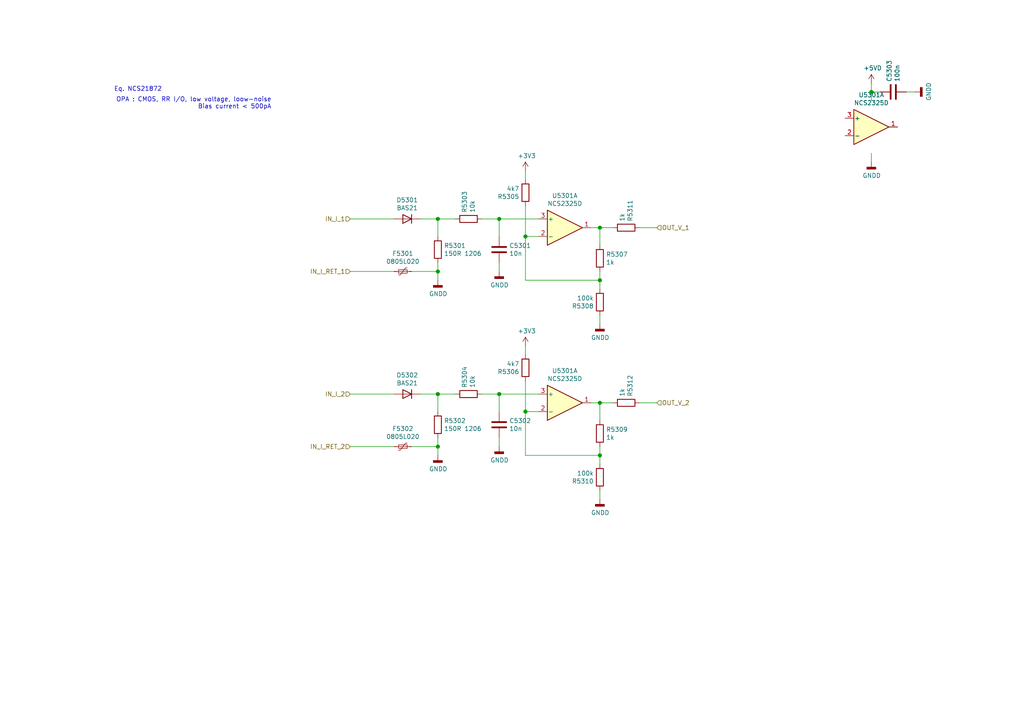
<source format=kicad_sch>
(kicad_sch (version 20211123) (generator eeschema)

  (uuid a9e9a6f0-70b2-4a22-86e2-5ab9132641a8)

  (paper "A4")

  (lib_symbols
    (symbol "Amplifier_Operational:NCS2325D" (pin_names (offset 0.127)) (in_bom yes) (on_board yes)
      (property "Reference" "U" (id 0) (at 2.54 6.35 0)
        (effects (font (size 1.27 1.27)) (justify left))
      )
      (property "Value" "NCS2325D" (id 1) (at 2.54 3.81 0)
        (effects (font (size 1.27 1.27)) (justify left))
      )
      (property "Footprint" "Package_SO:SOIC-8_3.9x4.9mm_P1.27mm" (id 2) (at 2.54 0 0)
        (effects (font (size 1.27 1.27)) hide)
      )
      (property "Datasheet" "http://www.onsemi.com/PowerSolutions/document/NCS325-D.PDF" (id 3) (at 6.35 3.81 0)
        (effects (font (size 1.27 1.27)) hide)
      )
      (property "ki_locked" "" (id 4) (at 0 0 0)
        (effects (font (size 1.27 1.27)))
      )
      (property "ki_keywords" "dual opamp low-power" (id 5) (at 0 0 0)
        (effects (font (size 1.27 1.27)) hide)
      )
      (property "ki_description" "Dual operational amplifier, 50uV Offset, 0.25uV/C, 35uA Zero-Drift, SOIC-8" (id 6) (at 0 0 0)
        (effects (font (size 1.27 1.27)) hide)
      )
      (property "ki_fp_filters" "SOIC*3.9x4.9mm*P1.27mm*" (id 7) (at 0 0 0)
        (effects (font (size 1.27 1.27)) hide)
      )
      (symbol "NCS2325D_1_1"
        (polyline
          (pts
            (xy 5.08 0)
            (xy -5.08 5.08)
            (xy -5.08 -5.08)
            (xy 5.08 0)
          )
          (stroke (width 0.254) (type default) (color 0 0 0 0))
          (fill (type background))
        )
        (pin output line (at 7.62 0 180) (length 2.54)
          (name "~" (effects (font (size 1.27 1.27))))
          (number "1" (effects (font (size 1.27 1.27))))
        )
        (pin input line (at -7.62 -2.54 0) (length 2.54)
          (name "-" (effects (font (size 1.27 1.27))))
          (number "2" (effects (font (size 1.27 1.27))))
        )
        (pin input line (at -7.62 2.54 0) (length 2.54)
          (name "+" (effects (font (size 1.27 1.27))))
          (number "3" (effects (font (size 1.27 1.27))))
        )
      )
      (symbol "NCS2325D_2_1"
        (polyline
          (pts
            (xy 5.08 0)
            (xy -5.08 5.08)
            (xy -5.08 -5.08)
            (xy 5.08 0)
          )
          (stroke (width 0.254) (type default) (color 0 0 0 0))
          (fill (type background))
        )
        (pin input line (at -7.62 2.54 0) (length 2.54)
          (name "+" (effects (font (size 1.27 1.27))))
          (number "5" (effects (font (size 1.27 1.27))))
        )
        (pin input line (at -7.62 -2.54 0) (length 2.54)
          (name "-" (effects (font (size 1.27 1.27))))
          (number "6" (effects (font (size 1.27 1.27))))
        )
        (pin output line (at 7.62 0 180) (length 2.54)
          (name "~" (effects (font (size 1.27 1.27))))
          (number "7" (effects (font (size 1.27 1.27))))
        )
      )
      (symbol "NCS2325D_3_1"
        (pin power_in line (at 0 -7.62 90) (length 3.81)
          (name "V-" (effects (font (size 1.27 1.27))))
          (number "4" (effects (font (size 1.27 1.27))))
        )
        (pin power_in line (at 0 7.62 270) (length 3.81)
          (name "V+" (effects (font (size 1.27 1.27))))
          (number "8" (effects (font (size 1.27 1.27))))
        )
      )
    )
    (symbol "Device:C" (pin_numbers hide) (pin_names (offset 0.254)) (in_bom yes) (on_board yes)
      (property "Reference" "C" (id 0) (at 0.635 2.54 0)
        (effects (font (size 1.27 1.27)) (justify left))
      )
      (property "Value" "C" (id 1) (at 0.635 -2.54 0)
        (effects (font (size 1.27 1.27)) (justify left))
      )
      (property "Footprint" "" (id 2) (at 0.9652 -3.81 0)
        (effects (font (size 1.27 1.27)) hide)
      )
      (property "Datasheet" "~" (id 3) (at 0 0 0)
        (effects (font (size 1.27 1.27)) hide)
      )
      (property "ki_keywords" "cap capacitor" (id 4) (at 0 0 0)
        (effects (font (size 1.27 1.27)) hide)
      )
      (property "ki_description" "Unpolarized capacitor" (id 5) (at 0 0 0)
        (effects (font (size 1.27 1.27)) hide)
      )
      (property "ki_fp_filters" "C_*" (id 6) (at 0 0 0)
        (effects (font (size 1.27 1.27)) hide)
      )
      (symbol "C_0_1"
        (polyline
          (pts
            (xy -2.032 -0.762)
            (xy 2.032 -0.762)
          )
          (stroke (width 0.508) (type default) (color 0 0 0 0))
          (fill (type none))
        )
        (polyline
          (pts
            (xy -2.032 0.762)
            (xy 2.032 0.762)
          )
          (stroke (width 0.508) (type default) (color 0 0 0 0))
          (fill (type none))
        )
      )
      (symbol "C_1_1"
        (pin passive line (at 0 3.81 270) (length 2.794)
          (name "~" (effects (font (size 1.27 1.27))))
          (number "1" (effects (font (size 1.27 1.27))))
        )
        (pin passive line (at 0 -3.81 90) (length 2.794)
          (name "~" (effects (font (size 1.27 1.27))))
          (number "2" (effects (font (size 1.27 1.27))))
        )
      )
    )
    (symbol "Device:Polyfuse_Small" (pin_numbers hide) (pin_names (offset 0)) (in_bom yes) (on_board yes)
      (property "Reference" "F" (id 0) (at -1.905 0 90)
        (effects (font (size 1.27 1.27)))
      )
      (property "Value" "Polyfuse_Small" (id 1) (at 1.905 0 90)
        (effects (font (size 1.27 1.27)))
      )
      (property "Footprint" "" (id 2) (at 1.27 -5.08 0)
        (effects (font (size 1.27 1.27)) (justify left) hide)
      )
      (property "Datasheet" "~" (id 3) (at 0 0 0)
        (effects (font (size 1.27 1.27)) hide)
      )
      (property "ki_keywords" "resettable fuse PTC PPTC polyfuse polyswitch" (id 4) (at 0 0 0)
        (effects (font (size 1.27 1.27)) hide)
      )
      (property "ki_description" "Resettable fuse, polymeric positive temperature coefficient, small symbol" (id 5) (at 0 0 0)
        (effects (font (size 1.27 1.27)) hide)
      )
      (property "ki_fp_filters" "*polyfuse* *PTC*" (id 6) (at 0 0 0)
        (effects (font (size 1.27 1.27)) hide)
      )
      (symbol "Polyfuse_Small_0_1"
        (rectangle (start -0.508 1.27) (end 0.508 -1.27)
          (stroke (width 0) (type default) (color 0 0 0 0))
          (fill (type none))
        )
        (polyline
          (pts
            (xy 0 2.54)
            (xy 0 -2.54)
          )
          (stroke (width 0) (type default) (color 0 0 0 0))
          (fill (type none))
        )
        (polyline
          (pts
            (xy -1.016 1.27)
            (xy -1.016 0.762)
            (xy 1.016 -0.762)
            (xy 1.016 -1.27)
          )
          (stroke (width 0) (type default) (color 0 0 0 0))
          (fill (type none))
        )
      )
      (symbol "Polyfuse_Small_1_1"
        (pin passive line (at 0 2.54 270) (length 0.635)
          (name "~" (effects (font (size 1.27 1.27))))
          (number "1" (effects (font (size 1.27 1.27))))
        )
        (pin passive line (at 0 -2.54 90) (length 0.635)
          (name "~" (effects (font (size 1.27 1.27))))
          (number "2" (effects (font (size 1.27 1.27))))
        )
      )
    )
    (symbol "Device:R" (pin_numbers hide) (pin_names (offset 0)) (in_bom yes) (on_board yes)
      (property "Reference" "R" (id 0) (at 2.032 0 90)
        (effects (font (size 1.27 1.27)))
      )
      (property "Value" "R" (id 1) (at 0 0 90)
        (effects (font (size 1.27 1.27)))
      )
      (property "Footprint" "" (id 2) (at -1.778 0 90)
        (effects (font (size 1.27 1.27)) hide)
      )
      (property "Datasheet" "~" (id 3) (at 0 0 0)
        (effects (font (size 1.27 1.27)) hide)
      )
      (property "ki_keywords" "R res resistor" (id 4) (at 0 0 0)
        (effects (font (size 1.27 1.27)) hide)
      )
      (property "ki_description" "Resistor" (id 5) (at 0 0 0)
        (effects (font (size 1.27 1.27)) hide)
      )
      (property "ki_fp_filters" "R_*" (id 6) (at 0 0 0)
        (effects (font (size 1.27 1.27)) hide)
      )
      (symbol "R_0_1"
        (rectangle (start -1.016 -2.54) (end 1.016 2.54)
          (stroke (width 0.254) (type default) (color 0 0 0 0))
          (fill (type none))
        )
      )
      (symbol "R_1_1"
        (pin passive line (at 0 3.81 270) (length 1.27)
          (name "~" (effects (font (size 1.27 1.27))))
          (number "1" (effects (font (size 1.27 1.27))))
        )
        (pin passive line (at 0 -3.81 90) (length 1.27)
          (name "~" (effects (font (size 1.27 1.27))))
          (number "2" (effects (font (size 1.27 1.27))))
        )
      )
    )
    (symbol "Diode:BAS21" (pin_numbers hide) (pin_names hide) (in_bom yes) (on_board yes)
      (property "Reference" "D" (id 0) (at 0 2.54 0)
        (effects (font (size 1.27 1.27)))
      )
      (property "Value" "BAS21" (id 1) (at 0 -2.54 0)
        (effects (font (size 1.27 1.27)))
      )
      (property "Footprint" "Package_TO_SOT_SMD:SOT-23" (id 2) (at 0 -4.445 0)
        (effects (font (size 1.27 1.27)) hide)
      )
      (property "Datasheet" "https://www.diodes.com/assets/Datasheets/Ds12004.pdf" (id 3) (at 0 0 0)
        (effects (font (size 1.27 1.27)) hide)
      )
      (property "ki_keywords" "diode" (id 4) (at 0 0 0)
        (effects (font (size 1.27 1.27)) hide)
      )
      (property "ki_description" "250V, 0.4A, High-speed Switching Diode, SOT-23" (id 5) (at 0 0 0)
        (effects (font (size 1.27 1.27)) hide)
      )
      (property "ki_fp_filters" "SOT?23*" (id 6) (at 0 0 0)
        (effects (font (size 1.27 1.27)) hide)
      )
      (symbol "BAS21_0_1"
        (polyline
          (pts
            (xy -1.27 1.27)
            (xy -1.27 -1.27)
          )
          (stroke (width 0.254) (type default) (color 0 0 0 0))
          (fill (type none))
        )
        (polyline
          (pts
            (xy 1.27 0)
            (xy -1.27 0)
          )
          (stroke (width 0) (type default) (color 0 0 0 0))
          (fill (type none))
        )
        (polyline
          (pts
            (xy 1.27 1.27)
            (xy 1.27 -1.27)
            (xy -1.27 0)
            (xy 1.27 1.27)
          )
          (stroke (width 0.254) (type default) (color 0 0 0 0))
          (fill (type none))
        )
      )
      (symbol "BAS21_1_1"
        (pin passive line (at 3.81 0 180) (length 2.54)
          (name "A" (effects (font (size 1.27 1.27))))
          (number "1" (effects (font (size 1.27 1.27))))
        )
        (pin no_connect line (at -1.27 0 0) (length 2.54) hide
          (name "NC" (effects (font (size 1.27 1.27))))
          (number "2" (effects (font (size 1.27 1.27))))
        )
        (pin passive line (at -3.81 0 0) (length 2.54)
          (name "K" (effects (font (size 1.27 1.27))))
          (number "3" (effects (font (size 1.27 1.27))))
        )
      )
    )
    (symbol "power:+3V3" (power) (pin_names (offset 0)) (in_bom yes) (on_board yes)
      (property "Reference" "#PWR" (id 0) (at 0 -3.81 0)
        (effects (font (size 1.27 1.27)) hide)
      )
      (property "Value" "+3V3" (id 1) (at 0 3.556 0)
        (effects (font (size 1.27 1.27)))
      )
      (property "Footprint" "" (id 2) (at 0 0 0)
        (effects (font (size 1.27 1.27)) hide)
      )
      (property "Datasheet" "" (id 3) (at 0 0 0)
        (effects (font (size 1.27 1.27)) hide)
      )
      (property "ki_keywords" "power-flag" (id 4) (at 0 0 0)
        (effects (font (size 1.27 1.27)) hide)
      )
      (property "ki_description" "Power symbol creates a global label with name \"+3V3\"" (id 5) (at 0 0 0)
        (effects (font (size 1.27 1.27)) hide)
      )
      (symbol "+3V3_0_1"
        (polyline
          (pts
            (xy -0.762 1.27)
            (xy 0 2.54)
          )
          (stroke (width 0) (type default) (color 0 0 0 0))
          (fill (type none))
        )
        (polyline
          (pts
            (xy 0 0)
            (xy 0 2.54)
          )
          (stroke (width 0) (type default) (color 0 0 0 0))
          (fill (type none))
        )
        (polyline
          (pts
            (xy 0 2.54)
            (xy 0.762 1.27)
          )
          (stroke (width 0) (type default) (color 0 0 0 0))
          (fill (type none))
        )
      )
      (symbol "+3V3_1_1"
        (pin power_in line (at 0 0 90) (length 0) hide
          (name "+3V3" (effects (font (size 1.27 1.27))))
          (number "1" (effects (font (size 1.27 1.27))))
        )
      )
    )
    (symbol "power:+5VD" (power) (pin_names (offset 0)) (in_bom yes) (on_board yes)
      (property "Reference" "#PWR" (id 0) (at 0 -3.81 0)
        (effects (font (size 1.27 1.27)) hide)
      )
      (property "Value" "+5VD" (id 1) (at 0 3.556 0)
        (effects (font (size 1.27 1.27)))
      )
      (property "Footprint" "" (id 2) (at 0 0 0)
        (effects (font (size 1.27 1.27)) hide)
      )
      (property "Datasheet" "" (id 3) (at 0 0 0)
        (effects (font (size 1.27 1.27)) hide)
      )
      (property "ki_keywords" "power-flag" (id 4) (at 0 0 0)
        (effects (font (size 1.27 1.27)) hide)
      )
      (property "ki_description" "Power symbol creates a global label with name \"+5VD\"" (id 5) (at 0 0 0)
        (effects (font (size 1.27 1.27)) hide)
      )
      (symbol "+5VD_0_1"
        (polyline
          (pts
            (xy -0.762 1.27)
            (xy 0 2.54)
          )
          (stroke (width 0) (type default) (color 0 0 0 0))
          (fill (type none))
        )
        (polyline
          (pts
            (xy 0 0)
            (xy 0 2.54)
          )
          (stroke (width 0) (type default) (color 0 0 0 0))
          (fill (type none))
        )
        (polyline
          (pts
            (xy 0 2.54)
            (xy 0.762 1.27)
          )
          (stroke (width 0) (type default) (color 0 0 0 0))
          (fill (type none))
        )
      )
      (symbol "+5VD_1_1"
        (pin power_in line (at 0 0 90) (length 0) hide
          (name "+5VD" (effects (font (size 1.27 1.27))))
          (number "1" (effects (font (size 1.27 1.27))))
        )
      )
    )
    (symbol "power:GNDD" (power) (pin_names (offset 0)) (in_bom yes) (on_board yes)
      (property "Reference" "#PWR" (id 0) (at 0 -6.35 0)
        (effects (font (size 1.27 1.27)) hide)
      )
      (property "Value" "GNDD" (id 1) (at 0 -3.175 0)
        (effects (font (size 1.27 1.27)))
      )
      (property "Footprint" "" (id 2) (at 0 0 0)
        (effects (font (size 1.27 1.27)) hide)
      )
      (property "Datasheet" "" (id 3) (at 0 0 0)
        (effects (font (size 1.27 1.27)) hide)
      )
      (property "ki_keywords" "power-flag" (id 4) (at 0 0 0)
        (effects (font (size 1.27 1.27)) hide)
      )
      (property "ki_description" "Power symbol creates a global label with name \"GNDD\" , digital ground" (id 5) (at 0 0 0)
        (effects (font (size 1.27 1.27)) hide)
      )
      (symbol "GNDD_0_1"
        (rectangle (start -1.27 -1.524) (end 1.27 -2.032)
          (stroke (width 0.254) (type default) (color 0 0 0 0))
          (fill (type outline))
        )
        (polyline
          (pts
            (xy 0 0)
            (xy 0 -1.524)
          )
          (stroke (width 0) (type default) (color 0 0 0 0))
          (fill (type none))
        )
      )
      (symbol "GNDD_1_1"
        (pin power_in line (at 0 0 270) (length 0) hide
          (name "GNDD" (effects (font (size 1.27 1.27))))
          (number "1" (effects (font (size 1.27 1.27))))
        )
      )
    )
  )

  (junction (at 173.99 132.08) (diameter 1.016) (color 0 0 0 0)
    (uuid 158d4917-4701-4fd9-91a8-27c12ec51018)
  )
  (junction (at 144.78 114.3) (diameter 1.016) (color 0 0 0 0)
    (uuid 2ab89796-8240-4d63-a7b6-1e0fef2d8bf8)
  )
  (junction (at 127 129.54) (diameter 1.016) (color 0 0 0 0)
    (uuid 2b1b7797-1c8d-42ec-8656-7380925088e6)
  )
  (junction (at 152.4 68.58) (diameter 1.016) (color 0 0 0 0)
    (uuid 46efe7bc-4d64-441a-81e3-3765f3f7798b)
  )
  (junction (at 173.99 116.84) (diameter 1.016) (color 0 0 0 0)
    (uuid 5a98db2f-362c-4e20-986a-5314a9883a0e)
  )
  (junction (at 173.99 66.04) (diameter 1.016) (color 0 0 0 0)
    (uuid 63e59f98-801c-4ba0-a31f-3c2327708cfc)
  )
  (junction (at 127 63.5) (diameter 1.016) (color 0 0 0 0)
    (uuid 68c7dd1a-728b-45d6-957c-248465da0cdf)
  )
  (junction (at 173.99 81.28) (diameter 1.016) (color 0 0 0 0)
    (uuid 76dd8502-ef22-4ccd-b6b2-35d3f171bae0)
  )
  (junction (at 127 114.3) (diameter 1.016) (color 0 0 0 0)
    (uuid 917451ea-2fa1-47fc-882f-6cad1b0a6492)
  )
  (junction (at 144.78 63.5) (diameter 1.016) (color 0 0 0 0)
    (uuid adb484dc-73c8-4e47-871f-1a5ed34a3c70)
  )
  (junction (at 152.4 119.38) (diameter 1.016) (color 0 0 0 0)
    (uuid b1a27d37-29da-48c6-9c75-9f29b4634731)
  )
  (junction (at 127 78.74) (diameter 1.016) (color 0 0 0 0)
    (uuid c2bdd96b-ae16-41e0-9c01-22c8cd929bb9)
  )
  (junction (at 252.73 26.67) (diameter 1.016) (color 0 0 0 0)
    (uuid fbb7bdec-db9d-4bce-b0ba-c91be3df3ed0)
  )

  (wire (pts (xy 127 63.5) (xy 127 68.58))
    (stroke (width 0) (type solid) (color 0 0 0 0))
    (uuid 0189a33e-9f49-4835-8d97-a20684b617d2)
  )
  (wire (pts (xy 152.4 100.33) (xy 152.4 102.87))
    (stroke (width 0) (type solid) (color 0 0 0 0))
    (uuid 03a9d5ba-1e65-4952-9b70-eb8c3fa84e83)
  )
  (wire (pts (xy 152.4 110.49) (xy 152.4 119.38))
    (stroke (width 0) (type solid) (color 0 0 0 0))
    (uuid 03ce6d2d-b093-4415-a09e-ccd196e0c5f0)
  )
  (wire (pts (xy 252.73 26.67) (xy 255.27 26.67))
    (stroke (width 0) (type solid) (color 0 0 0 0))
    (uuid 0e2528d7-dee8-42c1-947b-bb6de572e632)
  )
  (wire (pts (xy 101.6 78.74) (xy 114.3 78.74))
    (stroke (width 0) (type solid) (color 0 0 0 0))
    (uuid 0f3941db-ba2d-4f53-b13a-4f635b498aec)
  )
  (wire (pts (xy 173.99 129.54) (xy 173.99 132.08))
    (stroke (width 0) (type solid) (color 0 0 0 0))
    (uuid 1877e71e-bc85-45f2-922f-c5703b1305b6)
  )
  (wire (pts (xy 173.99 66.04) (xy 177.8 66.04))
    (stroke (width 0) (type solid) (color 0 0 0 0))
    (uuid 24785217-6637-4c36-81f7-ae0ae60c2b70)
  )
  (wire (pts (xy 152.4 81.28) (xy 173.99 81.28))
    (stroke (width 0) (type solid) (color 0 0 0 0))
    (uuid 289f413b-706d-45b4-b0b8-663584a398be)
  )
  (wire (pts (xy 144.78 114.3) (xy 144.78 119.38))
    (stroke (width 0) (type solid) (color 0 0 0 0))
    (uuid 2f4e332e-5505-467b-8a4e-b075308851cd)
  )
  (wire (pts (xy 171.45 66.04) (xy 173.99 66.04))
    (stroke (width 0) (type solid) (color 0 0 0 0))
    (uuid 3b531533-53f7-4f19-83dc-96c52611055f)
  )
  (wire (pts (xy 252.73 44.45) (xy 252.73 46.99))
    (stroke (width 0) (type solid) (color 0 0 0 0))
    (uuid 3d90b553-d945-43e2-9815-61adcef67ae5)
  )
  (wire (pts (xy 152.4 119.38) (xy 152.4 132.08))
    (stroke (width 0) (type solid) (color 0 0 0 0))
    (uuid 5337fae7-0644-45c3-85ad-e3572b922466)
  )
  (wire (pts (xy 171.45 116.84) (xy 173.99 116.84))
    (stroke (width 0) (type solid) (color 0 0 0 0))
    (uuid 544bfc2a-2075-445c-9a94-064bea5f2349)
  )
  (wire (pts (xy 127 114.3) (xy 127 119.38))
    (stroke (width 0) (type solid) (color 0 0 0 0))
    (uuid 583f3e3d-e37a-4fd9-9d5d-4fa947801c80)
  )
  (wire (pts (xy 185.42 116.84) (xy 190.5 116.84))
    (stroke (width 0) (type solid) (color 0 0 0 0))
    (uuid 5b06cb3f-8639-4d74-8f4b-6ced741ecffb)
  )
  (wire (pts (xy 144.78 76.2) (xy 144.78 78.74))
    (stroke (width 0) (type solid) (color 0 0 0 0))
    (uuid 6266f1dd-0d44-4ea5-8e4e-fe237380ec94)
  )
  (wire (pts (xy 144.78 127) (xy 144.78 129.54))
    (stroke (width 0) (type solid) (color 0 0 0 0))
    (uuid 665d7189-870b-4ae2-91af-5d662a511f59)
  )
  (wire (pts (xy 173.99 78.74) (xy 173.99 81.28))
    (stroke (width 0) (type solid) (color 0 0 0 0))
    (uuid 679ab4fb-26e7-4695-9097-78a878e7fea4)
  )
  (wire (pts (xy 144.78 63.5) (xy 144.78 68.58))
    (stroke (width 0) (type solid) (color 0 0 0 0))
    (uuid 6887bf68-5f15-4552-9980-725ae68f6509)
  )
  (wire (pts (xy 156.21 119.38) (xy 152.4 119.38))
    (stroke (width 0) (type solid) (color 0 0 0 0))
    (uuid 6af9a2d9-f5e5-4997-846a-0ae7a40315fb)
  )
  (wire (pts (xy 144.78 63.5) (xy 156.21 63.5))
    (stroke (width 0) (type solid) (color 0 0 0 0))
    (uuid 6b664b03-074b-4658-92d8-7703f5a8cf38)
  )
  (wire (pts (xy 252.73 26.67) (xy 252.73 29.21))
    (stroke (width 0) (type solid) (color 0 0 0 0))
    (uuid 6f148e45-7bd6-4d6b-bc49-280ba656c1ee)
  )
  (wire (pts (xy 173.99 81.28) (xy 173.99 83.82))
    (stroke (width 0) (type solid) (color 0 0 0 0))
    (uuid 740127cf-e3dd-4582-9304-c11090b29424)
  )
  (wire (pts (xy 252.73 24.13) (xy 252.73 26.67))
    (stroke (width 0) (type solid) (color 0 0 0 0))
    (uuid 74320871-f1a6-4fa8-b16a-45e9c291cf32)
  )
  (wire (pts (xy 173.99 91.44) (xy 173.99 93.98))
    (stroke (width 0) (type solid) (color 0 0 0 0))
    (uuid 75a0eed7-43ae-4f80-b6aa-a5f6d2ea3d8d)
  )
  (wire (pts (xy 121.92 114.3) (xy 127 114.3))
    (stroke (width 0) (type solid) (color 0 0 0 0))
    (uuid 772aaa1e-de51-44a8-a0e5-d3300d114d6d)
  )
  (wire (pts (xy 152.4 59.69) (xy 152.4 68.58))
    (stroke (width 0) (type solid) (color 0 0 0 0))
    (uuid 7c7a2995-39c9-49b3-b8e7-2c9a5ff4bb89)
  )
  (wire (pts (xy 101.6 114.3) (xy 114.3 114.3))
    (stroke (width 0) (type solid) (color 0 0 0 0))
    (uuid 8b235429-d5bb-4d1b-9f25-fa26b001b5ce)
  )
  (wire (pts (xy 127 129.54) (xy 127 132.08))
    (stroke (width 0) (type solid) (color 0 0 0 0))
    (uuid 9583b0c7-d57b-4b62-9082-83a012057b85)
  )
  (wire (pts (xy 119.38 129.54) (xy 127 129.54))
    (stroke (width 0) (type solid) (color 0 0 0 0))
    (uuid 98102853-d628-4258-bf2a-6615f1045eba)
  )
  (wire (pts (xy 173.99 66.04) (xy 173.99 71.12))
    (stroke (width 0) (type solid) (color 0 0 0 0))
    (uuid 9c013418-f525-4c14-8618-b59ea8b49770)
  )
  (wire (pts (xy 127 127) (xy 127 129.54))
    (stroke (width 0) (type solid) (color 0 0 0 0))
    (uuid 9f4fce04-6309-48de-b34c-70b11e7b7e14)
  )
  (wire (pts (xy 144.78 114.3) (xy 156.21 114.3))
    (stroke (width 0) (type solid) (color 0 0 0 0))
    (uuid a7b2f726-61e9-402e-b92d-36baceece8a3)
  )
  (wire (pts (xy 139.7 63.5) (xy 144.78 63.5))
    (stroke (width 0) (type solid) (color 0 0 0 0))
    (uuid ae9b6fcd-8565-4b1b-96f9-43e0ee4e8141)
  )
  (wire (pts (xy 101.6 129.54) (xy 114.3 129.54))
    (stroke (width 0) (type solid) (color 0 0 0 0))
    (uuid b369b06a-37fa-4b0c-8cb4-03d110652507)
  )
  (wire (pts (xy 127 63.5) (xy 132.08 63.5))
    (stroke (width 0) (type solid) (color 0 0 0 0))
    (uuid b3f3aae5-567f-4abd-9af7-c1d7a90cc531)
  )
  (wire (pts (xy 121.92 63.5) (xy 127 63.5))
    (stroke (width 0) (type solid) (color 0 0 0 0))
    (uuid b706347f-69fb-4780-8adc-b3d7e770f650)
  )
  (wire (pts (xy 152.4 49.53) (xy 152.4 52.07))
    (stroke (width 0) (type solid) (color 0 0 0 0))
    (uuid b954b414-efa8-4b97-aff0-383e2fe99bef)
  )
  (wire (pts (xy 152.4 68.58) (xy 152.4 81.28))
    (stroke (width 0) (type solid) (color 0 0 0 0))
    (uuid c1d2ae6a-1957-41e7-a8fd-32648f95e46f)
  )
  (wire (pts (xy 173.99 142.24) (xy 173.99 144.78))
    (stroke (width 0) (type solid) (color 0 0 0 0))
    (uuid c2061b45-f631-4e59-8c29-cb9151d537cc)
  )
  (wire (pts (xy 119.38 78.74) (xy 127 78.74))
    (stroke (width 0) (type solid) (color 0 0 0 0))
    (uuid c225b18e-7df3-4421-b30b-007001fb6f39)
  )
  (wire (pts (xy 185.42 66.04) (xy 190.5 66.04))
    (stroke (width 0) (type solid) (color 0 0 0 0))
    (uuid c3602b89-ee90-454f-a1a8-b59338c051b9)
  )
  (wire (pts (xy 127 114.3) (xy 132.08 114.3))
    (stroke (width 0) (type solid) (color 0 0 0 0))
    (uuid c3e1d0b4-b574-4a97-9a98-27c40a4759c3)
  )
  (wire (pts (xy 139.7 114.3) (xy 144.78 114.3))
    (stroke (width 0) (type solid) (color 0 0 0 0))
    (uuid d007ca78-cc63-4d4b-9dd6-f9ccc99f6246)
  )
  (wire (pts (xy 127 76.2) (xy 127 78.74))
    (stroke (width 0) (type solid) (color 0 0 0 0))
    (uuid d9614ff0-ad5e-442b-b045-c5d7e9b6e1fd)
  )
  (wire (pts (xy 127 78.74) (xy 127 81.28))
    (stroke (width 0) (type solid) (color 0 0 0 0))
    (uuid dd3407f8-8d90-4c30-aff6-0d234a0f0396)
  )
  (wire (pts (xy 156.21 68.58) (xy 152.4 68.58))
    (stroke (width 0) (type solid) (color 0 0 0 0))
    (uuid de64e25b-f75b-4369-bd6b-e5028af3c1de)
  )
  (wire (pts (xy 262.89 26.67) (xy 265.43 26.67))
    (stroke (width 0) (type solid) (color 0 0 0 0))
    (uuid e04f167e-49f5-42b5-a898-84410bcaf73b)
  )
  (wire (pts (xy 173.99 116.84) (xy 173.99 121.92))
    (stroke (width 0) (type solid) (color 0 0 0 0))
    (uuid f53a9b61-c392-4e55-a888-92c41092298e)
  )
  (wire (pts (xy 173.99 132.08) (xy 173.99 134.62))
    (stroke (width 0) (type solid) (color 0 0 0 0))
    (uuid f550ea9e-e547-48ef-a411-3d75aeddc471)
  )
  (wire (pts (xy 173.99 116.84) (xy 177.8 116.84))
    (stroke (width 0) (type solid) (color 0 0 0 0))
    (uuid f5740bbe-fc56-4a24-be8f-aa316d3bceb2)
  )
  (wire (pts (xy 101.6 63.5) (xy 114.3 63.5))
    (stroke (width 0) (type solid) (color 0 0 0 0))
    (uuid fa384c7c-ffd1-4412-83da-50c97c758b6d)
  )
  (wire (pts (xy 152.4 132.08) (xy 173.99 132.08))
    (stroke (width 0) (type solid) (color 0 0 0 0))
    (uuid ff257efd-de61-4834-a005-00f2b7eee38e)
  )

  (text "Eq. NCS21872" (at 46.99 26.67 180)
    (effects (font (size 1.27 1.27)) (justify right bottom))
    (uuid 883de5d5-608c-413f-b3e5-058de34fd157)
  )
  (text "OPA : CMOS, RR I/O, low voltage, loow-noise\nBias current < 500pA"
    (at 78.74 31.75 0)
    (effects (font (size 1.27 1.27)) (justify right bottom))
    (uuid e830c40f-27ca-4020-a9fa-c21640d2298c)
  )

  (hierarchical_label "IN_I_1" (shape input) (at 101.6 63.5 180)
    (effects (font (size 1.27 1.27)) (justify right))
    (uuid 6fa2eeca-ec39-4919-8e15-2cf542156ae2)
  )
  (hierarchical_label "OUT_V_1" (shape input) (at 190.5 66.04 0)
    (effects (font (size 1.27 1.27)) (justify left))
    (uuid 789755d7-5c13-4b1a-9c63-efd2b336224f)
  )
  (hierarchical_label "IN_I_RET_2" (shape input) (at 101.6 129.54 180)
    (effects (font (size 1.27 1.27)) (justify right))
    (uuid 7e9577ba-6d3e-41c8-8d80-560a8f397953)
  )
  (hierarchical_label "IN_I_RET_1" (shape input) (at 101.6 78.74 180)
    (effects (font (size 1.27 1.27)) (justify right))
    (uuid c6c9d64e-6bcf-4b56-a142-3c1491a7608c)
  )
  (hierarchical_label "IN_I_2" (shape input) (at 101.6 114.3 180)
    (effects (font (size 1.27 1.27)) (justify right))
    (uuid d41ba48b-b48f-440c-9a80-57dab6141e53)
  )
  (hierarchical_label "OUT_V_2" (shape input) (at 190.5 116.84 0)
    (effects (font (size 1.27 1.27)) (justify left))
    (uuid d8f49cb7-8429-4c5d-9dbb-0a10f7da5d52)
  )

  (symbol (lib_id "power:GNDD") (at 265.43 26.67 90)
    (in_bom yes) (on_board yes)
    (uuid 00635060-afeb-4ee6-9fb4-71eadfbcd5a6)
    (property "Reference" "#PWR05311" (id 0) (at 271.78 26.67 0)
      (effects (font (size 1.27 1.27)) hide)
    )
    (property "Value" "GNDD" (id 1) (at 269.367 26.5684 0))
    (property "Footprint" "" (id 2) (at 265.43 26.67 0)
      (effects (font (size 1.27 1.27)) hide)
    )
    (property "Datasheet" "" (id 3) (at 265.43 26.67 0)
      (effects (font (size 1.27 1.27)) hide)
    )
    (pin "1" (uuid 68d9dce2-bd96-4eeb-82cc-ccc88b588e7d))
  )

  (symbol (lib_id "Diode:BAS21") (at 118.11 114.3 180)
    (in_bom yes) (on_board yes)
    (uuid 06ddf47a-5aa5-48ef-aa3e-18afc76acccb)
    (property "Reference" "D5302" (id 0) (at 118.11 108.8198 0))
    (property "Value" "BAS21" (id 1) (at 118.11 111.1185 0))
    (property "Footprint" "Package_TO_SOT_SMD:SOT-23" (id 2) (at 118.11 109.855 0)
      (effects (font (size 1.27 1.27)) hide)
    )
    (property "Datasheet" "https://www.diodes.com/assets/Datasheets/Ds12004.pdf" (id 3) (at 118.11 114.3 0)
      (effects (font (size 1.27 1.27)) hide)
    )
    (pin "1" (uuid 23c98f0f-d280-4768-9bda-be979286829f))
    (pin "2" (uuid b809fb2e-242f-46ec-a749-2e141e57ae17))
    (pin "3" (uuid 0380dae9-b590-45d7-b6cd-27c336479aad))
  )

  (symbol (lib_id "Amplifier_Operational:NCS2325D") (at 252.73 36.83 0)
    (in_bom yes) (on_board yes)
    (uuid 09899715-f3ef-4dea-9344-c7e4d834dca8)
    (property "Reference" "U5301" (id 0) (at 252.73 27.5398 0))
    (property "Value" "NCS2325D" (id 1) (at 252.73 29.8385 0))
    (property "Footprint" "Package_SO:SOIC-8_3.9x4.9mm_P1.27mm" (id 2) (at 255.27 36.83 0)
      (effects (font (size 1.27 1.27)) hide)
    )
    (property "Datasheet" "http://www.onsemi.com/PowerSolutions/document/NCS325-D.PDF" (id 3) (at 259.08 33.02 0)
      (effects (font (size 1.27 1.27)) hide)
    )
    (pin "1" (uuid 3ae98a70-72b8-4d72-8f0c-ecef7b1ca6d6))
    (pin "2" (uuid f930fa91-6adf-4e04-b42b-e0932fc06543))
    (pin "3" (uuid 16fbbcc3-471d-4df7-bd39-383fab759fde))
  )

  (symbol (lib_id "Device:C") (at 144.78 72.39 0)
    (in_bom yes) (on_board yes)
    (uuid 1e5a6179-bf76-4846-8e00-18e61ba3a1ff)
    (property "Reference" "C5301" (id 0) (at 147.7011 71.2406 0)
      (effects (font (size 1.27 1.27)) (justify left))
    )
    (property "Value" "10n" (id 1) (at 147.701 73.539 0)
      (effects (font (size 1.27 1.27)) (justify left))
    )
    (property "Footprint" "Capacitor_SMD:C_0603_1608Metric" (id 2) (at 145.7452 76.2 0)
      (effects (font (size 1.27 1.27)) hide)
    )
    (property "Datasheet" "~" (id 3) (at 144.78 72.39 0)
      (effects (font (size 1.27 1.27)) hide)
    )
    (pin "1" (uuid 555cf005-ed6d-4eb7-b5e3-8bc11a10f0d1))
    (pin "2" (uuid dba2bac2-ec42-4aa8-ae1d-9d0fe2eea7af))
  )

  (symbol (lib_id "power:GNDD") (at 144.78 129.54 0)
    (in_bom yes) (on_board yes)
    (uuid 260a22d2-3808-46a9-85a7-aeb2f63fafc5)
    (property "Reference" "#PWR05304" (id 0) (at 144.78 135.89 0)
      (effects (font (size 1.27 1.27)) hide)
    )
    (property "Value" "GNDD" (id 1) (at 144.8816 133.477 0))
    (property "Footprint" "" (id 2) (at 144.78 129.54 0)
      (effects (font (size 1.27 1.27)) hide)
    )
    (property "Datasheet" "" (id 3) (at 144.78 129.54 0)
      (effects (font (size 1.27 1.27)) hide)
    )
    (pin "1" (uuid 7b327d8b-ee11-444d-8fb5-9250e9fac3aa))
  )

  (symbol (lib_id "power:+3V3") (at 152.4 49.53 0)
    (in_bom yes) (on_board yes)
    (uuid 2630a987-357c-41eb-ab41-98c5002e800d)
    (property "Reference" "#PWR05305" (id 0) (at 152.4 53.34 0)
      (effects (font (size 1.27 1.27)) hide)
    )
    (property "Value" "+3V3" (id 1) (at 152.7683 45.2056 0))
    (property "Footprint" "" (id 2) (at 152.4 49.53 0)
      (effects (font (size 1.27 1.27)) hide)
    )
    (property "Datasheet" "" (id 3) (at 152.4 49.53 0)
      (effects (font (size 1.27 1.27)) hide)
    )
    (pin "1" (uuid b06ffa4b-348d-4f2c-9c22-52b284b19a43))
  )

  (symbol (lib_id "Device:Polyfuse_Small") (at 116.84 129.54 270)
    (in_bom yes) (on_board yes)
    (uuid 26e22bc5-4562-4a3c-a41f-0e526df9f491)
    (property "Reference" "F5302" (id 0) (at 116.84 124.333 90))
    (property "Value" "0805L020" (id 1) (at 116.84 126.6444 90))
    (property "Footprint" "Fuse:Fuse_0805_2012Metric" (id 2) (at 111.76 130.81 0)
      (effects (font (size 1.27 1.27)) (justify left) hide)
    )
    (property "Datasheet" "~" (id 3) (at 116.84 129.54 0)
      (effects (font (size 1.27 1.27)) hide)
    )
    (pin "1" (uuid 0efbfe98-0ce7-4ac1-8ff4-989a9c6b5f4c))
    (pin "2" (uuid fb288e6b-353c-4a01-952d-9e31629347f6))
  )

  (symbol (lib_id "Diode:BAS21") (at 118.11 63.5 180)
    (in_bom yes) (on_board yes)
    (uuid 2c46d192-11df-4981-8915-53751a57f4bc)
    (property "Reference" "D5301" (id 0) (at 118.11 58.0198 0))
    (property "Value" "BAS21" (id 1) (at 118.11 60.3185 0))
    (property "Footprint" "Package_TO_SOT_SMD:SOT-23" (id 2) (at 118.11 59.055 0)
      (effects (font (size 1.27 1.27)) hide)
    )
    (property "Datasheet" "https://www.diodes.com/assets/Datasheets/Ds12004.pdf" (id 3) (at 118.11 63.5 0)
      (effects (font (size 1.27 1.27)) hide)
    )
    (pin "1" (uuid 5a111eac-f214-4d41-9e8e-259a35d66c95))
    (pin "2" (uuid 3c72ca48-e87c-4b9d-b994-bdf7e88ddf53))
    (pin "3" (uuid c6475976-adc1-4325-8394-c12120415193))
  )

  (symbol (lib_id "Device:R") (at 135.89 114.3 90)
    (in_bom yes) (on_board yes)
    (uuid 39059a6e-f39e-4930-84e7-115c7362d5f3)
    (property "Reference" "R5304" (id 0) (at 134.7406 112.5219 0)
      (effects (font (size 1.27 1.27)) (justify left))
    )
    (property "Value" "10k" (id 1) (at 137.039 112.522 0)
      (effects (font (size 1.27 1.27)) (justify left))
    )
    (property "Footprint" "Resistor_SMD:R_0603_1608Metric" (id 2) (at 135.89 116.078 90)
      (effects (font (size 1.27 1.27)) hide)
    )
    (property "Datasheet" "~" (id 3) (at 135.89 114.3 0)
      (effects (font (size 1.27 1.27)) hide)
    )
    (pin "1" (uuid 18420ba0-2d64-4a32-b39d-e875f42d44ec))
    (pin "2" (uuid 557914c0-eaa5-4e21-b4d6-df4f3d4961e4))
  )

  (symbol (lib_id "power:GNDD") (at 173.99 144.78 0)
    (in_bom yes) (on_board yes)
    (uuid 3b780074-1f1e-4832-8777-9c6d44b06427)
    (property "Reference" "#PWR05308" (id 0) (at 173.99 151.13 0)
      (effects (font (size 1.27 1.27)) hide)
    )
    (property "Value" "GNDD" (id 1) (at 174.0916 148.717 0))
    (property "Footprint" "" (id 2) (at 173.99 144.78 0)
      (effects (font (size 1.27 1.27)) hide)
    )
    (property "Datasheet" "" (id 3) (at 173.99 144.78 0)
      (effects (font (size 1.27 1.27)) hide)
    )
    (pin "1" (uuid 5e0cc7f1-886b-4ab3-9e9c-622df0b6afa7))
  )

  (symbol (lib_id "Device:R") (at 152.4 106.68 180)
    (in_bom yes) (on_board yes)
    (uuid 3c4ae43c-2979-4e34-819e-667ce504b5d2)
    (property "Reference" "R5306" (id 0) (at 150.6219 107.8294 0)
      (effects (font (size 1.27 1.27)) (justify left))
    )
    (property "Value" "4k7" (id 1) (at 150.622 105.531 0)
      (effects (font (size 1.27 1.27)) (justify left))
    )
    (property "Footprint" "Resistor_SMD:R_0603_1608Metric" (id 2) (at 154.178 106.68 90)
      (effects (font (size 1.27 1.27)) hide)
    )
    (property "Datasheet" "~" (id 3) (at 152.4 106.68 0)
      (effects (font (size 1.27 1.27)) hide)
    )
    (pin "1" (uuid d502078d-6544-462b-acbf-688f9657c2a4))
    (pin "2" (uuid 5ca4293a-bd4b-4b07-8b1a-42614821aaad))
  )

  (symbol (lib_id "Device:R") (at 173.99 74.93 0)
    (in_bom yes) (on_board yes)
    (uuid 3d6e206d-c5fc-46db-bb65-4471f716ed86)
    (property "Reference" "R5307" (id 0) (at 175.7681 73.7806 0)
      (effects (font (size 1.27 1.27)) (justify left))
    )
    (property "Value" "1k" (id 1) (at 175.768 76.079 0)
      (effects (font (size 1.27 1.27)) (justify left))
    )
    (property "Footprint" "Resistor_SMD:R_0603_1608Metric" (id 2) (at 172.212 74.93 90)
      (effects (font (size 1.27 1.27)) hide)
    )
    (property "Datasheet" "~" (id 3) (at 173.99 74.93 0)
      (effects (font (size 1.27 1.27)) hide)
    )
    (pin "1" (uuid 235ac1cf-6920-4828-a059-ca4ff1920299))
    (pin "2" (uuid 304df3a1-395c-45a9-b42e-17b23494341d))
  )

  (symbol (lib_id "Device:R") (at 173.99 138.43 180)
    (in_bom yes) (on_board yes)
    (uuid 4d9889ff-c9ea-411b-8109-c11ab386a1de)
    (property "Reference" "R5310" (id 0) (at 172.2119 139.5794 0)
      (effects (font (size 1.27 1.27)) (justify left))
    )
    (property "Value" "100k" (id 1) (at 172.212 137.281 0)
      (effects (font (size 1.27 1.27)) (justify left))
    )
    (property "Footprint" "Resistor_SMD:R_0603_1608Metric" (id 2) (at 175.768 138.43 90)
      (effects (font (size 1.27 1.27)) hide)
    )
    (property "Datasheet" "~" (id 3) (at 173.99 138.43 0)
      (effects (font (size 1.27 1.27)) hide)
    )
    (pin "1" (uuid 843a859d-b57d-4708-bf90-52eef49f246a))
    (pin "2" (uuid a72b0fea-97c9-4d68-bad3-e23271c9171f))
  )

  (symbol (lib_id "power:+3V3") (at 152.4 100.33 0)
    (in_bom yes) (on_board yes)
    (uuid 52d470ae-4025-4954-80fb-f17bb8432eb1)
    (property "Reference" "#PWR05306" (id 0) (at 152.4 104.14 0)
      (effects (font (size 1.27 1.27)) hide)
    )
    (property "Value" "+3V3" (id 1) (at 152.7683 96.0056 0))
    (property "Footprint" "" (id 2) (at 152.4 100.33 0)
      (effects (font (size 1.27 1.27)) hide)
    )
    (property "Datasheet" "" (id 3) (at 152.4 100.33 0)
      (effects (font (size 1.27 1.27)) hide)
    )
    (pin "1" (uuid 7eb415e3-e2ee-41da-911c-55e55ca29d9c))
  )

  (symbol (lib_id "power:GNDD") (at 252.73 46.99 0)
    (in_bom yes) (on_board yes)
    (uuid 540525bb-ef95-4292-8100-3101af14d16c)
    (property "Reference" "#PWR05310" (id 0) (at 252.73 53.34 0)
      (effects (font (size 1.27 1.27)) hide)
    )
    (property "Value" "GNDD" (id 1) (at 252.8316 50.927 0))
    (property "Footprint" "" (id 2) (at 252.73 46.99 0)
      (effects (font (size 1.27 1.27)) hide)
    )
    (property "Datasheet" "" (id 3) (at 252.73 46.99 0)
      (effects (font (size 1.27 1.27)) hide)
    )
    (pin "1" (uuid 7b2ab55c-a755-41c3-90e4-c9f3ed616086))
  )

  (symbol (lib_id "power:GNDD") (at 127 81.28 0)
    (in_bom yes) (on_board yes)
    (uuid 588949a2-2ea4-4b1f-ae1f-0b5bc7a6eb74)
    (property "Reference" "#PWR05301" (id 0) (at 127 87.63 0)
      (effects (font (size 1.27 1.27)) hide)
    )
    (property "Value" "GNDD" (id 1) (at 127.1016 85.217 0))
    (property "Footprint" "" (id 2) (at 127 81.28 0)
      (effects (font (size 1.27 1.27)) hide)
    )
    (property "Datasheet" "" (id 3) (at 127 81.28 0)
      (effects (font (size 1.27 1.27)) hide)
    )
    (pin "1" (uuid 99ec9c7e-f23a-4194-858c-561995dde134))
  )

  (symbol (lib_id "power:GNDD") (at 144.78 78.74 0)
    (in_bom yes) (on_board yes)
    (uuid 5f34f0ab-8124-46d7-b6a8-781e17bfb6fc)
    (property "Reference" "#PWR05303" (id 0) (at 144.78 85.09 0)
      (effects (font (size 1.27 1.27)) hide)
    )
    (property "Value" "GNDD" (id 1) (at 144.8816 82.677 0))
    (property "Footprint" "" (id 2) (at 144.78 78.74 0)
      (effects (font (size 1.27 1.27)) hide)
    )
    (property "Datasheet" "" (id 3) (at 144.78 78.74 0)
      (effects (font (size 1.27 1.27)) hide)
    )
    (pin "1" (uuid d6b7b470-1757-457c-be38-7a72dd5eee4f))
  )

  (symbol (lib_id "Device:R") (at 181.61 66.04 270) (mirror x)
    (in_bom yes) (on_board yes)
    (uuid 602fb4b3-ad78-4ba7-bd60-a33cc44d4643)
    (property "Reference" "R5311" (id 0) (at 182.7594 64.2619 0)
      (effects (font (size 1.27 1.27)) (justify left))
    )
    (property "Value" "1k" (id 1) (at 180.461 64.262 0)
      (effects (font (size 1.27 1.27)) (justify left))
    )
    (property "Footprint" "Resistor_SMD:R_0603_1608Metric" (id 2) (at 181.61 67.818 90)
      (effects (font (size 1.27 1.27)) hide)
    )
    (property "Datasheet" "~" (id 3) (at 181.61 66.04 0)
      (effects (font (size 1.27 1.27)) hide)
    )
    (pin "1" (uuid 1066bf10-a06e-47b5-b51d-5c4b24e254f6))
    (pin "2" (uuid 954190ab-01d1-4b12-a6e5-5078b9a06ac9))
  )

  (symbol (lib_id "power:GNDD") (at 127 132.08 0)
    (in_bom yes) (on_board yes)
    (uuid 6b5828ac-6809-4520-a182-393c8c0e92fe)
    (property "Reference" "#PWR05302" (id 0) (at 127 138.43 0)
      (effects (font (size 1.27 1.27)) hide)
    )
    (property "Value" "GNDD" (id 1) (at 127.1016 136.017 0))
    (property "Footprint" "" (id 2) (at 127 132.08 0)
      (effects (font (size 1.27 1.27)) hide)
    )
    (property "Datasheet" "" (id 3) (at 127 132.08 0)
      (effects (font (size 1.27 1.27)) hide)
    )
    (pin "1" (uuid 6b9e5c94-c03f-4b91-ac6d-0c80fa4f16f1))
  )

  (symbol (lib_id "Amplifier_Operational:NCS2325D") (at 163.83 66.04 0)
    (in_bom yes) (on_board yes)
    (uuid 6d84db06-3072-4a76-b7a5-f1441861b521)
    (property "Reference" "U5301" (id 0) (at 163.83 56.7498 0))
    (property "Value" "NCS2325D" (id 1) (at 163.83 59.0485 0))
    (property "Footprint" "Package_SO:SOIC-8_3.9x4.9mm_P1.27mm" (id 2) (at 166.37 66.04 0)
      (effects (font (size 1.27 1.27)) hide)
    )
    (property "Datasheet" "http://www.onsemi.com/PowerSolutions/document/NCS325-D.PDF" (id 3) (at 170.18 62.23 0)
      (effects (font (size 1.27 1.27)) hide)
    )
    (pin "1" (uuid 77a265e2-dca3-42a7-b7bd-2a1bba15200f))
    (pin "2" (uuid 3acd0807-8ddc-413d-9a26-c5dc6d87e650))
    (pin "3" (uuid 2b687230-4249-4ee2-932b-5750c90be5ba))
  )

  (symbol (lib_id "Device:R") (at 127 123.19 0)
    (in_bom yes) (on_board yes)
    (uuid 6f388468-92a5-411b-b485-845bac3bb53a)
    (property "Reference" "R5302" (id 0) (at 128.7781 122.0406 0)
      (effects (font (size 1.27 1.27)) (justify left))
    )
    (property "Value" "150R 1206" (id 1) (at 128.778 124.339 0)
      (effects (font (size 1.27 1.27)) (justify left))
    )
    (property "Footprint" "Resistor_SMD:R_1206_3216Metric" (id 2) (at 125.222 123.19 90)
      (effects (font (size 1.27 1.27)) hide)
    )
    (property "Datasheet" "~" (id 3) (at 127 123.19 0)
      (effects (font (size 1.27 1.27)) hide)
    )
    (pin "1" (uuid 9f13d82a-fb28-44e3-b91b-bf224025ced0))
    (pin "2" (uuid e6d590c9-4627-4cfb-86fe-482473ae1d42))
  )

  (symbol (lib_id "Device:R") (at 173.99 125.73 0)
    (in_bom yes) (on_board yes)
    (uuid 829e7911-4130-4ed8-87e6-5b0ec7e6b0ed)
    (property "Reference" "R5309" (id 0) (at 175.7681 124.5806 0)
      (effects (font (size 1.27 1.27)) (justify left))
    )
    (property "Value" "1k" (id 1) (at 175.768 126.879 0)
      (effects (font (size 1.27 1.27)) (justify left))
    )
    (property "Footprint" "Resistor_SMD:R_0603_1608Metric" (id 2) (at 172.212 125.73 90)
      (effects (font (size 1.27 1.27)) hide)
    )
    (property "Datasheet" "~" (id 3) (at 173.99 125.73 0)
      (effects (font (size 1.27 1.27)) hide)
    )
    (pin "1" (uuid 269d3dcf-4781-4cef-af8c-29598e769507))
    (pin "2" (uuid 0a8041da-318f-4936-8785-c4267ad92cb6))
  )

  (symbol (lib_id "Device:Polyfuse_Small") (at 116.84 78.74 270)
    (in_bom yes) (on_board yes)
    (uuid 83f347a9-81ce-4b03-9516-e921b1cba67a)
    (property "Reference" "F5301" (id 0) (at 116.84 73.533 90))
    (property "Value" "0805L020" (id 1) (at 116.84 75.8444 90))
    (property "Footprint" "Fuse:Fuse_0805_2012Metric" (id 2) (at 111.76 80.01 0)
      (effects (font (size 1.27 1.27)) (justify left) hide)
    )
    (property "Datasheet" "~" (id 3) (at 116.84 78.74 0)
      (effects (font (size 1.27 1.27)) hide)
    )
    (pin "1" (uuid 55be3036-95e5-4cb5-ae89-14216f5488d8))
    (pin "2" (uuid bc80696b-5566-4425-80cf-4125ec6103f0))
  )

  (symbol (lib_id "Device:R") (at 181.61 116.84 270) (mirror x)
    (in_bom yes) (on_board yes)
    (uuid 881e33c0-c0a9-46ab-a5f0-9b68a07acc56)
    (property "Reference" "R5312" (id 0) (at 182.7594 115.0619 0)
      (effects (font (size 1.27 1.27)) (justify left))
    )
    (property "Value" "1k" (id 1) (at 180.461 115.062 0)
      (effects (font (size 1.27 1.27)) (justify left))
    )
    (property "Footprint" "Resistor_SMD:R_0603_1608Metric" (id 2) (at 181.61 118.618 90)
      (effects (font (size 1.27 1.27)) hide)
    )
    (property "Datasheet" "~" (id 3) (at 181.61 116.84 0)
      (effects (font (size 1.27 1.27)) hide)
    )
    (pin "1" (uuid 4b73779e-e1d5-49a3-957e-03bcf6930eab))
    (pin "2" (uuid 34276865-b938-406e-8bc3-c9b3ef5ada64))
  )

  (symbol (lib_id "Device:R") (at 173.99 87.63 180)
    (in_bom yes) (on_board yes)
    (uuid a354a9b7-73ee-4df9-8dbe-cf2733d81665)
    (property "Reference" "R5308" (id 0) (at 172.2119 88.7794 0)
      (effects (font (size 1.27 1.27)) (justify left))
    )
    (property "Value" "100k" (id 1) (at 172.212 86.481 0)
      (effects (font (size 1.27 1.27)) (justify left))
    )
    (property "Footprint" "Resistor_SMD:R_0603_1608Metric" (id 2) (at 175.768 87.63 90)
      (effects (font (size 1.27 1.27)) hide)
    )
    (property "Datasheet" "~" (id 3) (at 173.99 87.63 0)
      (effects (font (size 1.27 1.27)) hide)
    )
    (pin "1" (uuid 8fd9858f-8770-428b-b1f9-21c432e1f2a5))
    (pin "2" (uuid a001bac7-c2a5-4c0b-82fe-90d6cc908d88))
  )

  (symbol (lib_id "Device:C") (at 259.08 26.67 90)
    (in_bom yes) (on_board yes)
    (uuid a6d469bd-b58b-47d1-bce5-4b89f312828f)
    (property "Reference" "C5303" (id 0) (at 257.9306 23.7489 0)
      (effects (font (size 1.27 1.27)) (justify left))
    )
    (property "Value" "100n" (id 1) (at 260.229 23.749 0)
      (effects (font (size 1.27 1.27)) (justify left))
    )
    (property "Footprint" "Capacitor_SMD:C_0603_1608Metric" (id 2) (at 262.89 25.7048 0)
      (effects (font (size 1.27 1.27)) hide)
    )
    (property "Datasheet" "~" (id 3) (at 259.08 26.67 0)
      (effects (font (size 1.27 1.27)) hide)
    )
    (pin "1" (uuid 3c617e41-0ff8-4da5-8124-d26c98bde357))
    (pin "2" (uuid bfab7c2f-b981-4a6e-87c9-02b977715891))
  )

  (symbol (lib_id "Device:R") (at 127 72.39 0)
    (in_bom yes) (on_board yes)
    (uuid abef7fe3-dd00-4f3f-93f7-4643d8af4863)
    (property "Reference" "R5301" (id 0) (at 128.7781 71.2406 0)
      (effects (font (size 1.27 1.27)) (justify left))
    )
    (property "Value" "150R 1206" (id 1) (at 128.778 73.539 0)
      (effects (font (size 1.27 1.27)) (justify left))
    )
    (property "Footprint" "Resistor_SMD:R_1206_3216Metric" (id 2) (at 125.222 72.39 90)
      (effects (font (size 1.27 1.27)) hide)
    )
    (property "Datasheet" "~" (id 3) (at 127 72.39 0)
      (effects (font (size 1.27 1.27)) hide)
    )
    (pin "1" (uuid f85020f5-7a38-448a-ac06-988d411193c2))
    (pin "2" (uuid 5235e105-899c-41dc-bb13-78cac7a60ef4))
  )

  (symbol (lib_id "Device:R") (at 135.89 63.5 90)
    (in_bom yes) (on_board yes)
    (uuid b7dc44cd-f8e1-4f3e-854b-c67340036ea9)
    (property "Reference" "R5303" (id 0) (at 134.7406 61.7219 0)
      (effects (font (size 1.27 1.27)) (justify left))
    )
    (property "Value" "10k" (id 1) (at 137.039 61.722 0)
      (effects (font (size 1.27 1.27)) (justify left))
    )
    (property "Footprint" "Resistor_SMD:R_0603_1608Metric" (id 2) (at 135.89 65.278 90)
      (effects (font (size 1.27 1.27)) hide)
    )
    (property "Datasheet" "~" (id 3) (at 135.89 63.5 0)
      (effects (font (size 1.27 1.27)) hide)
    )
    (pin "1" (uuid 151deb78-7ce4-4d4e-b3af-66b3d9d54a5d))
    (pin "2" (uuid 741a1833-6202-4656-bc1c-d02306be13b1))
  )

  (symbol (lib_id "power:+5VD") (at 252.73 24.13 0)
    (in_bom yes) (on_board yes)
    (uuid bb2cf8f9-3a41-41ca-9332-2b916e111baa)
    (property "Reference" "#PWR05309" (id 0) (at 252.73 27.94 0)
      (effects (font (size 1.27 1.27)) hide)
    )
    (property "Value" "+5VD" (id 1) (at 253.111 19.7358 0))
    (property "Footprint" "" (id 2) (at 252.73 24.13 0)
      (effects (font (size 1.27 1.27)) hide)
    )
    (property "Datasheet" "" (id 3) (at 252.73 24.13 0)
      (effects (font (size 1.27 1.27)) hide)
    )
    (pin "1" (uuid c6461439-e5f2-4a4b-9c46-7734203215ea))
  )

  (symbol (lib_id "power:GNDD") (at 173.99 93.98 0)
    (in_bom yes) (on_board yes)
    (uuid c1991f2d-8e60-425f-a585-f71a9a435ea5)
    (property "Reference" "#PWR05307" (id 0) (at 173.99 100.33 0)
      (effects (font (size 1.27 1.27)) hide)
    )
    (property "Value" "GNDD" (id 1) (at 174.0916 97.917 0))
    (property "Footprint" "" (id 2) (at 173.99 93.98 0)
      (effects (font (size 1.27 1.27)) hide)
    )
    (property "Datasheet" "" (id 3) (at 173.99 93.98 0)
      (effects (font (size 1.27 1.27)) hide)
    )
    (pin "1" (uuid 4b9656cb-07b7-42d1-acb6-f631632cf953))
  )

  (symbol (lib_id "Device:C") (at 144.78 123.19 0)
    (in_bom yes) (on_board yes)
    (uuid c963c92d-7d61-44bf-a726-6803bbec1e0a)
    (property "Reference" "C5302" (id 0) (at 147.7011 122.0406 0)
      (effects (font (size 1.27 1.27)) (justify left))
    )
    (property "Value" "10n" (id 1) (at 147.701 124.339 0)
      (effects (font (size 1.27 1.27)) (justify left))
    )
    (property "Footprint" "Capacitor_SMD:C_0603_1608Metric" (id 2) (at 145.7452 127 0)
      (effects (font (size 1.27 1.27)) hide)
    )
    (property "Datasheet" "~" (id 3) (at 144.78 123.19 0)
      (effects (font (size 1.27 1.27)) hide)
    )
    (pin "1" (uuid 9d508a2d-9f9a-45ce-95f0-237727fdc811))
    (pin "2" (uuid ec445461-50ac-4114-8840-1518d5fff1bc))
  )

  (symbol (lib_id "Amplifier_Operational:NCS2325D") (at 163.83 116.84 0)
    (in_bom yes) (on_board yes)
    (uuid c9948442-a011-455d-a4b2-bd844b14865e)
    (property "Reference" "U5301" (id 0) (at 163.83 107.5498 0))
    (property "Value" "NCS2325D" (id 1) (at 163.83 109.8485 0))
    (property "Footprint" "Package_SO:SOIC-8_3.9x4.9mm_P1.27mm" (id 2) (at 166.37 116.84 0)
      (effects (font (size 1.27 1.27)) hide)
    )
    (property "Datasheet" "http://www.onsemi.com/PowerSolutions/document/NCS325-D.PDF" (id 3) (at 170.18 113.03 0)
      (effects (font (size 1.27 1.27)) hide)
    )
    (pin "1" (uuid 6f4bbdb8-5bb2-4c5f-b604-50c819181981))
    (pin "2" (uuid 21de29f1-55e6-491f-9b72-2d0cf15d30d9))
    (pin "3" (uuid 51c3e3cc-739b-4bac-a271-7f779051de39))
  )

  (symbol (lib_id "Device:R") (at 152.4 55.88 180)
    (in_bom yes) (on_board yes)
    (uuid e9b679b4-e76e-4e53-a121-db87e3dd32f8)
    (property "Reference" "R5305" (id 0) (at 150.6219 57.0294 0)
      (effects (font (size 1.27 1.27)) (justify left))
    )
    (property "Value" "4k7" (id 1) (at 150.622 54.731 0)
      (effects (font (size 1.27 1.27)) (justify left))
    )
    (property "Footprint" "Resistor_SMD:R_0603_1608Metric" (id 2) (at 154.178 55.88 90)
      (effects (font (size 1.27 1.27)) hide)
    )
    (property "Datasheet" "~" (id 3) (at 152.4 55.88 0)
      (effects (font (size 1.27 1.27)) hide)
    )
    (pin "1" (uuid b1f88da8-af26-4f10-a373-f4639aecdd29))
    (pin "2" (uuid ce0bac3e-9d8c-4e5b-914c-8a800a4c3dc7))
  )
)

</source>
